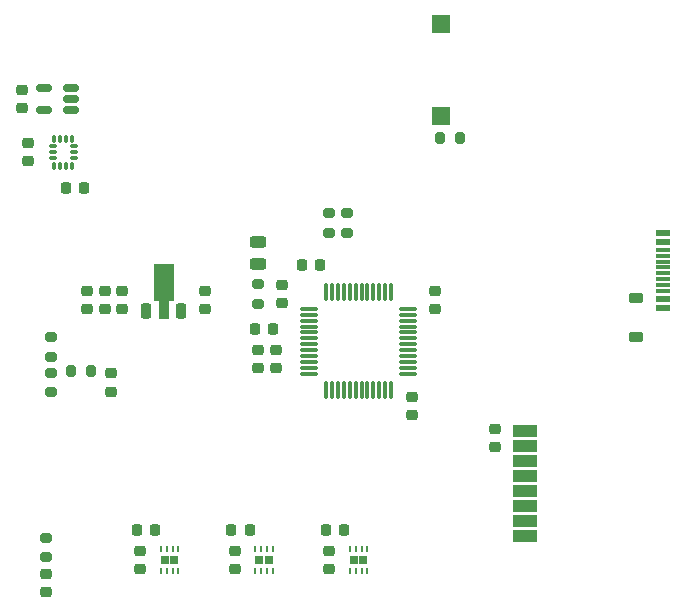
<source format=gbr>
%TF.GenerationSoftware,KiCad,Pcbnew,9.0.2*%
%TF.CreationDate,2025-06-25T14:47:54+02:00*%
%TF.ProjectId,ant control board v2,616e7420-636f-46e7-9472-6f6c20626f61,1.0*%
%TF.SameCoordinates,Original*%
%TF.FileFunction,Paste,Top*%
%TF.FilePolarity,Positive*%
%FSLAX46Y46*%
G04 Gerber Fmt 4.6, Leading zero omitted, Abs format (unit mm)*
G04 Created by KiCad (PCBNEW 9.0.2) date 2025-06-25 14:47:54*
%MOMM*%
%LPD*%
G01*
G04 APERTURE LIST*
G04 Aperture macros list*
%AMRoundRect*
0 Rectangle with rounded corners*
0 $1 Rounding radius*
0 $2 $3 $4 $5 $6 $7 $8 $9 X,Y pos of 4 corners*
0 Add a 4 corners polygon primitive as box body*
4,1,4,$2,$3,$4,$5,$6,$7,$8,$9,$2,$3,0*
0 Add four circle primitives for the rounded corners*
1,1,$1+$1,$2,$3*
1,1,$1+$1,$4,$5*
1,1,$1+$1,$6,$7*
1,1,$1+$1,$8,$9*
0 Add four rect primitives between the rounded corners*
20,1,$1+$1,$2,$3,$4,$5,0*
20,1,$1+$1,$4,$5,$6,$7,0*
20,1,$1+$1,$6,$7,$8,$9,0*
20,1,$1+$1,$8,$9,$2,$3,0*%
%AMFreePoly0*
4,1,9,3.862500,-0.866500,0.737500,-0.866500,0.737500,-0.450000,-0.737500,-0.450000,-0.737500,0.450000,0.737500,0.450000,0.737500,0.866500,3.862500,0.866500,3.862500,-0.866500,3.862500,-0.866500,$1*%
G04 Aperture macros list end*
%ADD10RoundRect,0.225000X0.225000X0.250000X-0.225000X0.250000X-0.225000X-0.250000X0.225000X-0.250000X0*%
%ADD11RoundRect,0.225000X-0.250000X0.225000X-0.250000X-0.225000X0.250000X-0.225000X0.250000X0.225000X0*%
%ADD12R,0.650000X0.750000*%
%ADD13RoundRect,0.062500X0.062500X-0.187500X0.062500X0.187500X-0.062500X0.187500X-0.062500X-0.187500X0*%
%ADD14RoundRect,0.087500X-0.087500X0.225000X-0.087500X-0.225000X0.087500X-0.225000X0.087500X0.225000X0*%
%ADD15RoundRect,0.087500X-0.225000X0.087500X-0.225000X-0.087500X0.225000X-0.087500X0.225000X0.087500X0*%
%ADD16RoundRect,0.150000X0.512500X0.150000X-0.512500X0.150000X-0.512500X-0.150000X0.512500X-0.150000X0*%
%ADD17RoundRect,0.225000X0.250000X-0.225000X0.250000X0.225000X-0.250000X0.225000X-0.250000X-0.225000X0*%
%ADD18RoundRect,0.075000X-0.662500X-0.075000X0.662500X-0.075000X0.662500X0.075000X-0.662500X0.075000X0*%
%ADD19RoundRect,0.075000X-0.075000X-0.662500X0.075000X-0.662500X0.075000X0.662500X-0.075000X0.662500X0*%
%ADD20R,2.000000X1.000000*%
%ADD21RoundRect,0.200000X-0.200000X-0.275000X0.200000X-0.275000X0.200000X0.275000X-0.200000X0.275000X0*%
%ADD22RoundRect,0.225000X0.375000X-0.225000X0.375000X0.225000X-0.375000X0.225000X-0.375000X-0.225000X0*%
%ADD23RoundRect,0.200000X-0.275000X0.200000X-0.275000X-0.200000X0.275000X-0.200000X0.275000X0.200000X0*%
%ADD24RoundRect,0.200000X0.275000X-0.200000X0.275000X0.200000X-0.275000X0.200000X-0.275000X-0.200000X0*%
%ADD25R,1.150000X0.600000*%
%ADD26R,1.150000X0.300000*%
%ADD27RoundRect,0.225000X0.225000X-0.425000X0.225000X0.425000X-0.225000X0.425000X-0.225000X-0.425000X0*%
%ADD28FreePoly0,90.000000*%
%ADD29RoundRect,0.243750X-0.456250X0.243750X-0.456250X-0.243750X0.456250X-0.243750X0.456250X0.243750X0*%
%ADD30R,1.500000X1.500000*%
G04 APERTURE END LIST*
D10*
%TO.C,C7*%
X140775000Y-116000000D03*
X139225000Y-116000000D03*
%TD*%
%TO.C,C13*%
X126775000Y-87000000D03*
X125225000Y-87000000D03*
%TD*%
D11*
%TO.C,C1*%
X127000000Y-95725000D03*
X127000000Y-97275000D03*
%TD*%
D12*
%TO.C,U2*%
X133600000Y-118500000D03*
X134400000Y-118500000D03*
D13*
X133250000Y-119450000D03*
X133750000Y-119450000D03*
X134250000Y-119450000D03*
X134750000Y-119450000D03*
X134750000Y-117550000D03*
X134250000Y-117550000D03*
X133750000Y-117550000D03*
X133250000Y-117550000D03*
%TD*%
D10*
%TO.C,C15*%
X142775000Y-99000000D03*
X141225000Y-99000000D03*
%TD*%
D14*
%TO.C,U5*%
X125750000Y-82837500D03*
X125250000Y-82837500D03*
X124750000Y-82837500D03*
X124250000Y-82837500D03*
D15*
X124087500Y-83500000D03*
X124087500Y-84000000D03*
X124087500Y-84500000D03*
D14*
X124250000Y-85162500D03*
X124750000Y-85162500D03*
X125250000Y-85162500D03*
X125750000Y-85162500D03*
D15*
X125912500Y-84500000D03*
X125912500Y-84000000D03*
X125912500Y-83500000D03*
%TD*%
D11*
%TO.C,C2*%
X128500000Y-95725000D03*
X128500000Y-97275000D03*
%TD*%
D16*
%TO.C,U8*%
X125637500Y-80450000D03*
X125637500Y-79500000D03*
X125637500Y-78550000D03*
X123362500Y-78550000D03*
X123362500Y-80450000D03*
%TD*%
D17*
%TO.C,C16*%
X141500000Y-102275000D03*
X141500000Y-100725000D03*
%TD*%
D10*
%TO.C,C5*%
X132775000Y-116000000D03*
X131225000Y-116000000D03*
%TD*%
D18*
%TO.C,U6*%
X145837500Y-97250000D03*
X145837500Y-97750000D03*
X145837500Y-98250000D03*
X145837500Y-98750000D03*
X145837500Y-99250000D03*
X145837500Y-99750000D03*
X145837500Y-100250000D03*
X145837500Y-100750000D03*
X145837500Y-101250000D03*
X145837500Y-101750000D03*
X145837500Y-102250000D03*
X145837500Y-102750000D03*
D19*
X147250000Y-104162500D03*
X147750000Y-104162500D03*
X148250000Y-104162500D03*
X148750000Y-104162500D03*
X149250000Y-104162500D03*
X149750000Y-104162500D03*
X150250000Y-104162500D03*
X150750000Y-104162500D03*
X151250000Y-104162500D03*
X151750000Y-104162500D03*
X152250000Y-104162500D03*
X152750000Y-104162500D03*
D18*
X154162500Y-102750000D03*
X154162500Y-102250000D03*
X154162500Y-101750000D03*
X154162500Y-101250000D03*
X154162500Y-100750000D03*
X154162500Y-100250000D03*
X154162500Y-99750000D03*
X154162500Y-99250000D03*
X154162500Y-98750000D03*
X154162500Y-98250000D03*
X154162500Y-97750000D03*
X154162500Y-97250000D03*
D19*
X152750000Y-95837500D03*
X152250000Y-95837500D03*
X151750000Y-95837500D03*
X151250000Y-95837500D03*
X150750000Y-95837500D03*
X150250000Y-95837500D03*
X149750000Y-95837500D03*
X149250000Y-95837500D03*
X148750000Y-95837500D03*
X148250000Y-95837500D03*
X147750000Y-95837500D03*
X147250000Y-95837500D03*
%TD*%
D17*
%TO.C,C8*%
X139500000Y-119275000D03*
X139500000Y-117725000D03*
%TD*%
%TO.C,C6*%
X131500000Y-119275000D03*
X131500000Y-117725000D03*
%TD*%
%TO.C,C14*%
X123500000Y-121235000D03*
X123500000Y-119685000D03*
%TD*%
D10*
%TO.C,C9*%
X148775000Y-116000000D03*
X147225000Y-116000000D03*
%TD*%
D11*
%TO.C,C12*%
X122000000Y-83225000D03*
X122000000Y-84775000D03*
%TD*%
D17*
%TO.C,C4*%
X137000000Y-97275000D03*
X137000000Y-95725000D03*
%TD*%
D10*
%TO.C,C20*%
X146775000Y-93500000D03*
X145225000Y-93500000D03*
%TD*%
D20*
%TO.C,U9*%
X164062500Y-107600000D03*
X164062500Y-108870000D03*
X164062500Y-110140000D03*
X164062500Y-111410000D03*
X164062500Y-112680000D03*
X164062500Y-113950000D03*
X164062500Y-115220000D03*
X164062500Y-116490000D03*
%TD*%
D21*
%TO.C,R3*%
X125675000Y-102500000D03*
X127325000Y-102500000D03*
%TD*%
D22*
%TO.C,D1*%
X173500000Y-99650000D03*
X173500000Y-96350000D03*
%TD*%
D23*
%TO.C,R4*%
X123500000Y-116635000D03*
X123500000Y-118285000D03*
%TD*%
%TO.C,R1*%
X124000000Y-99675000D03*
X124000000Y-101325000D03*
%TD*%
D12*
%TO.C,U3*%
X141600000Y-118500000D03*
X142400000Y-118500000D03*
D13*
X141250000Y-119450000D03*
X141750000Y-119450000D03*
X142250000Y-119450000D03*
X142750000Y-119450000D03*
X142750000Y-117550000D03*
X142250000Y-117550000D03*
X141750000Y-117550000D03*
X141250000Y-117550000D03*
%TD*%
D12*
%TO.C,U4*%
X149600000Y-118500000D03*
X150400000Y-118500000D03*
D13*
X149250000Y-119450000D03*
X149750000Y-119450000D03*
X150250000Y-119450000D03*
X150750000Y-119450000D03*
X150750000Y-117550000D03*
X150250000Y-117550000D03*
X149750000Y-117550000D03*
X149250000Y-117550000D03*
%TD*%
D11*
%TO.C,C3*%
X130000000Y-95725000D03*
X130000000Y-97275000D03*
%TD*%
D24*
%TO.C,R8*%
X149000000Y-90825000D03*
X149000000Y-89175000D03*
%TD*%
%TO.C,R5*%
X141500000Y-96825000D03*
X141500000Y-95175000D03*
%TD*%
D25*
%TO.C,J1*%
X175745000Y-97200000D03*
X175745000Y-96400000D03*
D26*
X175745000Y-95750000D03*
X175745000Y-95250000D03*
X175745000Y-94750000D03*
X175745000Y-94250000D03*
X175745000Y-93750000D03*
X175745000Y-93250000D03*
X175745000Y-92750000D03*
X175745000Y-92250000D03*
D25*
X175745000Y-91600000D03*
X175745000Y-90800000D03*
%TD*%
D27*
%TO.C,U1*%
X132000000Y-97450000D03*
D28*
X133500000Y-97362500D03*
D27*
X135000000Y-97450000D03*
%TD*%
D29*
%TO.C,D2*%
X141500000Y-91562500D03*
X141500000Y-93437500D03*
%TD*%
D23*
%TO.C,R2*%
X124000000Y-102675000D03*
X124000000Y-104325000D03*
%TD*%
D17*
%TO.C,C11*%
X129000000Y-104275000D03*
X129000000Y-102725000D03*
%TD*%
D30*
%TO.C,SW1*%
X157000000Y-73100000D03*
X157000000Y-80900000D03*
%TD*%
D11*
%TO.C,C22*%
X121500000Y-78725000D03*
X121500000Y-80275000D03*
%TD*%
%TO.C,C23*%
X161561637Y-107402973D03*
X161561637Y-108952973D03*
%TD*%
%TO.C,C17*%
X154500000Y-104725000D03*
X154500000Y-106275000D03*
%TD*%
%TO.C,C21*%
X156500000Y-95725000D03*
X156500000Y-97275000D03*
%TD*%
D24*
%TO.C,R7*%
X147500000Y-90825000D03*
X147500000Y-89175000D03*
%TD*%
D17*
%TO.C,C18*%
X143500000Y-96775000D03*
X143500000Y-95225000D03*
%TD*%
%TO.C,C10*%
X147500000Y-119275000D03*
X147500000Y-117725000D03*
%TD*%
D21*
%TO.C,R6*%
X156925000Y-82750000D03*
X158575000Y-82750000D03*
%TD*%
D17*
%TO.C,C19*%
X143000000Y-102275000D03*
X143000000Y-100725000D03*
%TD*%
M02*

</source>
